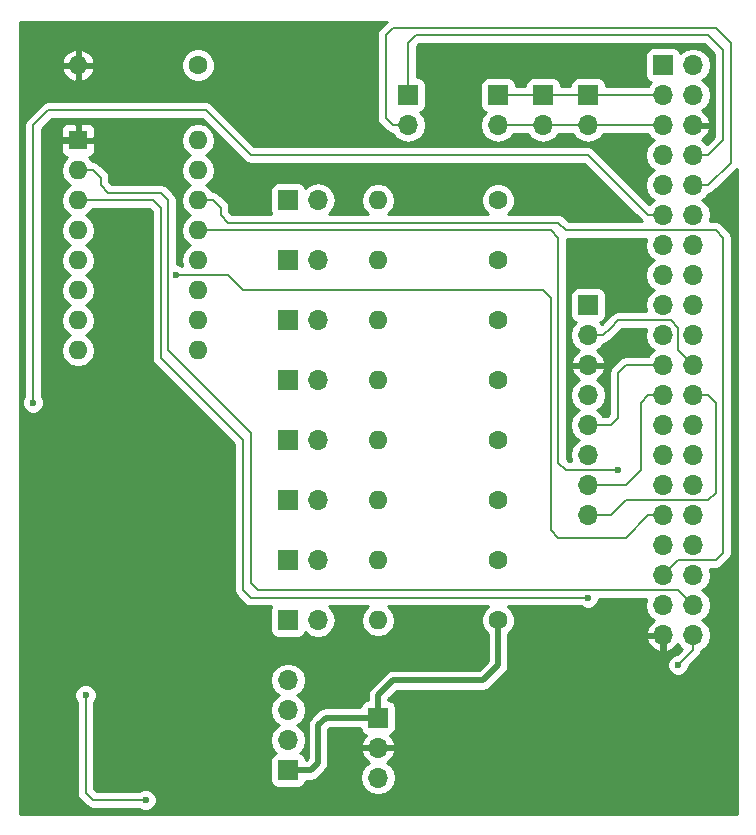
<source format=gbr>
G04 #@! TF.FileFunction,Copper,L2,Bot,Signal*
%FSLAX46Y46*%
G04 Gerber Fmt 4.6, Leading zero omitted, Abs format (unit mm)*
G04 Created by KiCad (PCBNEW 4.0.6) date Wed Dec  6 21:31:40 2017*
%MOMM*%
%LPD*%
G01*
G04 APERTURE LIST*
%ADD10C,0.100000*%
%ADD11R,1.700000X1.700000*%
%ADD12O,1.700000X1.700000*%
%ADD13C,1.600000*%
%ADD14O,1.600000X1.600000*%
%ADD15R,1.600000X1.600000*%
%ADD16C,0.600000*%
%ADD17C,0.500000*%
%ADD18C,0.200000*%
%ADD19C,0.254000*%
G04 APERTURE END LIST*
D10*
D11*
X148590000Y-151130000D03*
D12*
X148590000Y-148590000D03*
X148590000Y-146050000D03*
X148590000Y-143510000D03*
D11*
X180340000Y-91440000D03*
D12*
X182880000Y-91440000D03*
X180340000Y-93980000D03*
X182880000Y-93980000D03*
X180340000Y-96520000D03*
X182880000Y-96520000D03*
X180340000Y-99060000D03*
X182880000Y-99060000D03*
X180340000Y-101600000D03*
X182880000Y-101600000D03*
X180340000Y-104140000D03*
X182880000Y-104140000D03*
X180340000Y-106680000D03*
X182880000Y-106680000D03*
X180340000Y-109220000D03*
X182880000Y-109220000D03*
X180340000Y-111760000D03*
X182880000Y-111760000D03*
X180340000Y-114300000D03*
X182880000Y-114300000D03*
X180340000Y-116840000D03*
X182880000Y-116840000D03*
X180340000Y-119380000D03*
X182880000Y-119380000D03*
X180340000Y-121920000D03*
X182880000Y-121920000D03*
X180340000Y-124460000D03*
X182880000Y-124460000D03*
X180340000Y-127000000D03*
X182880000Y-127000000D03*
X180340000Y-129540000D03*
X182880000Y-129540000D03*
X180340000Y-132080000D03*
X182880000Y-132080000D03*
X180340000Y-134620000D03*
X182880000Y-134620000D03*
X180340000Y-137160000D03*
X182880000Y-137160000D03*
X180340000Y-139700000D03*
X182880000Y-139700000D03*
D11*
X156210000Y-146685000D03*
D12*
X156210000Y-149225000D03*
X156210000Y-151765000D03*
D11*
X173990000Y-93980000D03*
D12*
X173990000Y-96520000D03*
D11*
X158750000Y-93980000D03*
D12*
X158750000Y-96520000D03*
D11*
X170180000Y-93980000D03*
D12*
X170180000Y-96520000D03*
D11*
X166370000Y-93980000D03*
D12*
X166370000Y-96520000D03*
D11*
X148590000Y-138430000D03*
D12*
X151130000Y-138430000D03*
D11*
X148590000Y-133350000D03*
D12*
X151130000Y-133350000D03*
D11*
X148590000Y-128270000D03*
D12*
X151130000Y-128270000D03*
D11*
X148590000Y-123190000D03*
D12*
X151130000Y-123190000D03*
D11*
X148590000Y-118110000D03*
D12*
X151130000Y-118110000D03*
D11*
X148590000Y-113030000D03*
D12*
X151130000Y-113030000D03*
D11*
X148590000Y-107950000D03*
D12*
X151130000Y-107950000D03*
D11*
X148590000Y-102870000D03*
D12*
X151130000Y-102870000D03*
D13*
X140970000Y-91440000D03*
D14*
X130810000Y-91440000D03*
D13*
X166370000Y-138430000D03*
D14*
X156210000Y-138430000D03*
D13*
X166370000Y-133350000D03*
D14*
X156210000Y-133350000D03*
D13*
X166370000Y-128270000D03*
D14*
X156210000Y-128270000D03*
D13*
X166370000Y-123190000D03*
D14*
X156210000Y-123190000D03*
D13*
X166370000Y-118110000D03*
D14*
X156210000Y-118110000D03*
D13*
X166370000Y-113030000D03*
D14*
X156210000Y-113030000D03*
D13*
X166370000Y-107950000D03*
D14*
X156210000Y-107950000D03*
D13*
X166370000Y-102870000D03*
D14*
X156210000Y-102870000D03*
D11*
X173990000Y-111760000D03*
D12*
X173990000Y-114300000D03*
X173990000Y-116840000D03*
X173990000Y-119380000D03*
X173990000Y-121920000D03*
X173990000Y-124460000D03*
X173990000Y-127000000D03*
X173990000Y-129540000D03*
D15*
X130810000Y-97790000D03*
D14*
X140970000Y-115570000D03*
X130810000Y-100330000D03*
X140970000Y-113030000D03*
X130810000Y-102870000D03*
X140970000Y-110490000D03*
X130810000Y-105410000D03*
X140970000Y-107950000D03*
X130810000Y-107950000D03*
X140970000Y-105410000D03*
X130810000Y-110490000D03*
X140970000Y-102870000D03*
X130810000Y-113030000D03*
X140970000Y-100330000D03*
X130810000Y-115570000D03*
X140970000Y-97790000D03*
D16*
X139065000Y-135255000D03*
X135890000Y-123190000D03*
X127000000Y-120015000D03*
X131445000Y-144780000D03*
X136525000Y-153670000D03*
X176530000Y-125730000D03*
X139065000Y-109220000D03*
X173990000Y-136525000D03*
X181610000Y-142240000D03*
D17*
X156210000Y-146685000D02*
X151765000Y-146685000D01*
X150495000Y-151130000D02*
X148590000Y-151130000D01*
X151130000Y-150495000D02*
X150495000Y-151130000D01*
X151130000Y-147320000D02*
X151130000Y-150495000D01*
X151765000Y-146685000D02*
X151130000Y-147320000D01*
X166370000Y-138430000D02*
X166370000Y-142240000D01*
X156210000Y-144780000D02*
X156210000Y-146685000D01*
X157480000Y-143510000D02*
X156210000Y-144780000D01*
X165100000Y-143510000D02*
X157480000Y-143510000D01*
X166370000Y-142240000D02*
X165100000Y-143510000D01*
D18*
X170180000Y-93980000D02*
X166370000Y-93980000D01*
X173990000Y-93980000D02*
X170180000Y-93980000D01*
X180340000Y-93980000D02*
X173990000Y-93980000D01*
X170180000Y-96520000D02*
X173990000Y-96520000D01*
X170180000Y-96520000D02*
X166370000Y-96520000D01*
X180340000Y-96520000D02*
X173990000Y-96520000D01*
D17*
X156210000Y-149225000D02*
X154305000Y-149225000D01*
X139065000Y-138430000D02*
X139065000Y-135255000D01*
X143510000Y-142875000D02*
X139065000Y-138430000D01*
X143510000Y-153035000D02*
X143510000Y-142875000D01*
X144145000Y-153670000D02*
X143510000Y-153035000D01*
X153035000Y-153670000D02*
X144145000Y-153670000D01*
X153670000Y-153035000D02*
X153035000Y-153670000D01*
X153670000Y-149860000D02*
X153670000Y-153035000D01*
X154305000Y-149225000D02*
X153670000Y-149860000D01*
X180340000Y-139700000D02*
X180340000Y-144145000D01*
X158115000Y-149225000D02*
X156210000Y-149225000D01*
X158750000Y-148590000D02*
X158115000Y-149225000D01*
X158750000Y-145415000D02*
X158750000Y-148590000D01*
X159385000Y-144780000D02*
X158750000Y-145415000D01*
X179705000Y-144780000D02*
X159385000Y-144780000D01*
X180340000Y-144145000D02*
X179705000Y-144780000D01*
X128905000Y-97790000D02*
X130810000Y-97790000D01*
X128270000Y-98425000D02*
X128905000Y-97790000D01*
X128270000Y-119380000D02*
X128270000Y-98425000D01*
X128905000Y-120015000D02*
X128270000Y-119380000D01*
X132715000Y-120015000D02*
X128905000Y-120015000D01*
X135890000Y-123190000D02*
X132715000Y-120015000D01*
D18*
X182880000Y-99060000D02*
X184150000Y-99060000D01*
X158750000Y-89535000D02*
X158750000Y-93980000D01*
X159385000Y-88900000D02*
X158750000Y-89535000D01*
X184150000Y-88900000D02*
X159385000Y-88900000D01*
X185420000Y-90170000D02*
X184150000Y-88900000D01*
X185420000Y-97790000D02*
X185420000Y-90170000D01*
X184150000Y-99060000D02*
X185420000Y-97790000D01*
X182880000Y-101600000D02*
X184150000Y-101600000D01*
X157480000Y-96520000D02*
X158750000Y-96520000D01*
X156845000Y-95885000D02*
X157480000Y-96520000D01*
X156845000Y-88900000D02*
X156845000Y-95885000D01*
X157480000Y-88265000D02*
X156845000Y-88900000D01*
X184785000Y-88265000D02*
X157480000Y-88265000D01*
X186055000Y-89535000D02*
X184785000Y-88265000D01*
X186055000Y-99695000D02*
X186055000Y-89535000D01*
X184150000Y-101600000D02*
X186055000Y-99695000D01*
X179070000Y-104140000D02*
X180340000Y-104140000D01*
X173990000Y-99060000D02*
X179070000Y-104140000D01*
X145415000Y-99060000D02*
X173990000Y-99060000D01*
X141605000Y-95250000D02*
X145415000Y-99060000D01*
X128270000Y-95250000D02*
X141605000Y-95250000D01*
X127000000Y-96520000D02*
X128270000Y-95250000D01*
X127000000Y-120015000D02*
X127000000Y-96520000D01*
X131445000Y-153035000D02*
X131445000Y-144780000D01*
X132080000Y-153670000D02*
X131445000Y-153035000D01*
X136525000Y-153670000D02*
X132080000Y-153670000D01*
X180340000Y-116840000D02*
X178435000Y-116840000D01*
X175895000Y-121920000D02*
X173990000Y-121920000D01*
X176530000Y-121285000D02*
X175895000Y-121920000D01*
X176530000Y-117475000D02*
X176530000Y-121285000D01*
X177165000Y-116840000D02*
X176530000Y-117475000D01*
X178435000Y-116840000D02*
X177165000Y-116840000D01*
X182880000Y-116840000D02*
X181610000Y-115570000D01*
X175260000Y-114300000D02*
X173990000Y-114300000D01*
X175895000Y-113665000D02*
X175260000Y-114300000D01*
X176530000Y-113030000D02*
X175895000Y-113665000D01*
X180975000Y-113030000D02*
X176530000Y-113030000D01*
X181610000Y-113665000D02*
X180975000Y-113030000D01*
X181610000Y-115570000D02*
X181610000Y-113665000D01*
X180340000Y-119380000D02*
X179070000Y-119380000D01*
X177165000Y-127000000D02*
X173990000Y-127000000D01*
X178435000Y-125730000D02*
X177165000Y-127000000D01*
X178435000Y-120015000D02*
X178435000Y-125730000D01*
X179070000Y-119380000D02*
X178435000Y-120015000D01*
X182880000Y-119380000D02*
X184150000Y-119380000D01*
X175895000Y-129540000D02*
X173990000Y-129540000D01*
X177165000Y-128270000D02*
X175895000Y-129540000D01*
X184150000Y-128270000D02*
X177165000Y-128270000D01*
X184785000Y-127635000D02*
X184150000Y-128270000D01*
X184785000Y-120015000D02*
X184785000Y-127635000D01*
X184150000Y-119380000D02*
X184785000Y-120015000D01*
X140970000Y-105410000D02*
X170815000Y-105410000D01*
X172085000Y-125730000D02*
X176530000Y-125730000D01*
X171450000Y-125095000D02*
X172085000Y-125730000D01*
X171450000Y-106045000D02*
X171450000Y-125095000D01*
X170815000Y-105410000D02*
X171450000Y-106045000D01*
X180340000Y-129540000D02*
X179070000Y-129540000D01*
X143510000Y-109220000D02*
X139065000Y-109220000D01*
X144780000Y-110490000D02*
X143510000Y-109220000D01*
X170180000Y-110490000D02*
X144780000Y-110490000D01*
X170815000Y-111125000D02*
X170180000Y-110490000D01*
X170815000Y-130810000D02*
X170815000Y-111125000D01*
X171450000Y-131445000D02*
X170815000Y-130810000D01*
X177165000Y-131445000D02*
X171450000Y-131445000D01*
X179070000Y-129540000D02*
X177165000Y-131445000D01*
X180340000Y-134620000D02*
X181610000Y-133350000D01*
X142240000Y-102870000D02*
X140970000Y-102870000D01*
X142875000Y-103505000D02*
X142240000Y-102870000D01*
X142875000Y-104140000D02*
X142875000Y-103505000D01*
X143510000Y-104775000D02*
X142875000Y-104140000D01*
X171450000Y-104775000D02*
X143510000Y-104775000D01*
X172085000Y-105410000D02*
X171450000Y-104775000D01*
X184785000Y-105410000D02*
X172085000Y-105410000D01*
X185420000Y-106045000D02*
X184785000Y-105410000D01*
X185420000Y-132715000D02*
X185420000Y-106045000D01*
X184785000Y-133350000D02*
X185420000Y-132715000D01*
X181610000Y-133350000D02*
X184785000Y-133350000D01*
X182880000Y-137160000D02*
X181610000Y-135890000D01*
X132080000Y-100330000D02*
X130810000Y-100330000D01*
X132715000Y-100965000D02*
X132080000Y-100330000D01*
X132715000Y-101600000D02*
X132715000Y-100965000D01*
X133350000Y-102235000D02*
X132715000Y-101600000D01*
X137795000Y-102235000D02*
X133350000Y-102235000D01*
X138430000Y-102870000D02*
X137795000Y-102235000D01*
X138430000Y-115570000D02*
X138430000Y-102870000D01*
X145415000Y-122555000D02*
X138430000Y-115570000D01*
X145415000Y-135255000D02*
X145415000Y-122555000D01*
X146050000Y-135890000D02*
X145415000Y-135255000D01*
X181610000Y-135890000D02*
X146050000Y-135890000D01*
X182880000Y-139700000D02*
X182880000Y-140970000D01*
X137160000Y-102870000D02*
X130810000Y-102870000D01*
X137795000Y-103505000D02*
X137160000Y-102870000D01*
X137795000Y-116205000D02*
X137795000Y-103505000D01*
X144780000Y-123190000D02*
X137795000Y-116205000D01*
X144780000Y-135890000D02*
X144780000Y-123190000D01*
X145415000Y-136525000D02*
X144780000Y-135890000D01*
X173990000Y-136525000D02*
X145415000Y-136525000D01*
X182880000Y-140970000D02*
X181610000Y-142240000D01*
D19*
G36*
X156325278Y-88380276D02*
X156325277Y-88380277D01*
X156165949Y-88618728D01*
X156110000Y-88900000D01*
X156110000Y-95885000D01*
X156165320Y-96163110D01*
X156165949Y-96166272D01*
X156325277Y-96404723D01*
X156960277Y-97039724D01*
X157198728Y-97199051D01*
X157457328Y-97250490D01*
X157670853Y-97570054D01*
X158152622Y-97891961D01*
X158720907Y-98005000D01*
X158779093Y-98005000D01*
X159347378Y-97891961D01*
X159829147Y-97570054D01*
X160151054Y-97088285D01*
X160264093Y-96520000D01*
X160151054Y-95951715D01*
X159829147Y-95469946D01*
X159787548Y-95442150D01*
X159835317Y-95433162D01*
X160051441Y-95294090D01*
X160196431Y-95081890D01*
X160247440Y-94830000D01*
X160247440Y-93130000D01*
X160203162Y-92894683D01*
X160064090Y-92678559D01*
X159851890Y-92533569D01*
X159600000Y-92482560D01*
X159485000Y-92482560D01*
X159485000Y-89839446D01*
X159689447Y-89635000D01*
X183845554Y-89635000D01*
X184685000Y-90474447D01*
X184685000Y-97485553D01*
X184039841Y-98130713D01*
X183959147Y-98009946D01*
X183618447Y-97782298D01*
X183761358Y-97715183D01*
X184151645Y-97286924D01*
X184321476Y-96876890D01*
X184200155Y-96647000D01*
X183007000Y-96647000D01*
X183007000Y-96667000D01*
X182753000Y-96667000D01*
X182753000Y-96647000D01*
X182733000Y-96647000D01*
X182733000Y-96393000D01*
X182753000Y-96393000D01*
X182753000Y-96373000D01*
X183007000Y-96373000D01*
X183007000Y-96393000D01*
X184200155Y-96393000D01*
X184321476Y-96163110D01*
X184151645Y-95753076D01*
X183761358Y-95324817D01*
X183618447Y-95257702D01*
X183959147Y-95030054D01*
X184281054Y-94548285D01*
X184394093Y-93980000D01*
X184281054Y-93411715D01*
X183959147Y-92929946D01*
X183629974Y-92710000D01*
X183959147Y-92490054D01*
X184281054Y-92008285D01*
X184394093Y-91440000D01*
X184281054Y-90871715D01*
X183959147Y-90389946D01*
X183477378Y-90068039D01*
X182909093Y-89955000D01*
X182850907Y-89955000D01*
X182282622Y-90068039D01*
X181800853Y-90389946D01*
X181800029Y-90391179D01*
X181793162Y-90354683D01*
X181654090Y-90138559D01*
X181441890Y-89993569D01*
X181190000Y-89942560D01*
X179490000Y-89942560D01*
X179254683Y-89986838D01*
X179038559Y-90125910D01*
X178893569Y-90338110D01*
X178842560Y-90590000D01*
X178842560Y-92290000D01*
X178886838Y-92525317D01*
X179025910Y-92741441D01*
X179238110Y-92886431D01*
X179305541Y-92900086D01*
X179260853Y-92929946D01*
X179050341Y-93245000D01*
X175487440Y-93245000D01*
X175487440Y-93130000D01*
X175443162Y-92894683D01*
X175304090Y-92678559D01*
X175091890Y-92533569D01*
X174840000Y-92482560D01*
X173140000Y-92482560D01*
X172904683Y-92526838D01*
X172688559Y-92665910D01*
X172543569Y-92878110D01*
X172492560Y-93130000D01*
X172492560Y-93245000D01*
X171677440Y-93245000D01*
X171677440Y-93130000D01*
X171633162Y-92894683D01*
X171494090Y-92678559D01*
X171281890Y-92533569D01*
X171030000Y-92482560D01*
X169330000Y-92482560D01*
X169094683Y-92526838D01*
X168878559Y-92665910D01*
X168733569Y-92878110D01*
X168682560Y-93130000D01*
X168682560Y-93245000D01*
X167867440Y-93245000D01*
X167867440Y-93130000D01*
X167823162Y-92894683D01*
X167684090Y-92678559D01*
X167471890Y-92533569D01*
X167220000Y-92482560D01*
X165520000Y-92482560D01*
X165284683Y-92526838D01*
X165068559Y-92665910D01*
X164923569Y-92878110D01*
X164872560Y-93130000D01*
X164872560Y-94830000D01*
X164916838Y-95065317D01*
X165055910Y-95281441D01*
X165268110Y-95426431D01*
X165335541Y-95440086D01*
X165290853Y-95469946D01*
X164968946Y-95951715D01*
X164855907Y-96520000D01*
X164968946Y-97088285D01*
X165290853Y-97570054D01*
X165772622Y-97891961D01*
X166340907Y-98005000D01*
X166399093Y-98005000D01*
X166967378Y-97891961D01*
X167449147Y-97570054D01*
X167659659Y-97255000D01*
X168890341Y-97255000D01*
X169100853Y-97570054D01*
X169582622Y-97891961D01*
X170150907Y-98005000D01*
X170209093Y-98005000D01*
X170777378Y-97891961D01*
X171259147Y-97570054D01*
X171469659Y-97255000D01*
X172700341Y-97255000D01*
X172910853Y-97570054D01*
X173392622Y-97891961D01*
X173960907Y-98005000D01*
X174019093Y-98005000D01*
X174587378Y-97891961D01*
X175069147Y-97570054D01*
X175279659Y-97255000D01*
X179050341Y-97255000D01*
X179260853Y-97570054D01*
X179590026Y-97790000D01*
X179260853Y-98009946D01*
X178938946Y-98491715D01*
X178825907Y-99060000D01*
X178938946Y-99628285D01*
X179260853Y-100110054D01*
X179590026Y-100330000D01*
X179260853Y-100549946D01*
X178938946Y-101031715D01*
X178825907Y-101600000D01*
X178938946Y-102168285D01*
X179260853Y-102650054D01*
X179590026Y-102870000D01*
X179260853Y-103089946D01*
X179180160Y-103210713D01*
X174509723Y-98540277D01*
X174271272Y-98380949D01*
X173990000Y-98325000D01*
X145719447Y-98325000D01*
X142124723Y-94730277D01*
X141886272Y-94570949D01*
X141605000Y-94515000D01*
X128270000Y-94515000D01*
X127988728Y-94570949D01*
X127750276Y-94730277D01*
X126480277Y-96000277D01*
X126320949Y-96238728D01*
X126265000Y-96520000D01*
X126265000Y-119427581D01*
X126207808Y-119484673D01*
X126065162Y-119828201D01*
X126064838Y-120200167D01*
X126206883Y-120543943D01*
X126469673Y-120807192D01*
X126813201Y-120949838D01*
X127185167Y-120950162D01*
X127528943Y-120808117D01*
X127792192Y-120545327D01*
X127934838Y-120201799D01*
X127935162Y-119829833D01*
X127793117Y-119486057D01*
X127735000Y-119427838D01*
X127735000Y-96863690D01*
X129375000Y-96863690D01*
X129375000Y-97504250D01*
X129533750Y-97663000D01*
X130683000Y-97663000D01*
X130683000Y-96513750D01*
X130937000Y-96513750D01*
X130937000Y-97663000D01*
X132086250Y-97663000D01*
X132245000Y-97504250D01*
X132245000Y-96863690D01*
X132148327Y-96630301D01*
X131969698Y-96451673D01*
X131736309Y-96355000D01*
X131095750Y-96355000D01*
X130937000Y-96513750D01*
X130683000Y-96513750D01*
X130524250Y-96355000D01*
X129883691Y-96355000D01*
X129650302Y-96451673D01*
X129471673Y-96630301D01*
X129375000Y-96863690D01*
X127735000Y-96863690D01*
X127735000Y-96824446D01*
X128574447Y-95985000D01*
X141300554Y-95985000D01*
X144895277Y-99579724D01*
X145067801Y-99695000D01*
X145133728Y-99739051D01*
X145415000Y-99795000D01*
X173685554Y-99795000D01*
X178550277Y-104659724D01*
X178573139Y-104675000D01*
X172389447Y-104675000D01*
X171969723Y-104255277D01*
X171731272Y-104095949D01*
X171687504Y-104087243D01*
X171450000Y-104040000D01*
X167229125Y-104040000D01*
X167585824Y-103683923D01*
X167804750Y-103156691D01*
X167805248Y-102585813D01*
X167587243Y-102058200D01*
X167183923Y-101654176D01*
X166656691Y-101435250D01*
X166085813Y-101434752D01*
X165558200Y-101652757D01*
X165154176Y-102056077D01*
X164935250Y-102583309D01*
X164934752Y-103154187D01*
X165152757Y-103681800D01*
X165510333Y-104040000D01*
X157020385Y-104040000D01*
X157252811Y-103884698D01*
X157563880Y-103419151D01*
X157673113Y-102870000D01*
X157563880Y-102320849D01*
X157252811Y-101855302D01*
X156787264Y-101544233D01*
X156238113Y-101435000D01*
X156181887Y-101435000D01*
X155632736Y-101544233D01*
X155167189Y-101855302D01*
X154856120Y-102320849D01*
X154746887Y-102870000D01*
X154856120Y-103419151D01*
X155167189Y-103884698D01*
X155399615Y-104040000D01*
X152044083Y-104040000D01*
X152180054Y-103949147D01*
X152501961Y-103467378D01*
X152615000Y-102899093D01*
X152615000Y-102840907D01*
X152501961Y-102272622D01*
X152180054Y-101790853D01*
X151698285Y-101468946D01*
X151130000Y-101355907D01*
X150561715Y-101468946D01*
X150079946Y-101790853D01*
X150052150Y-101832452D01*
X150043162Y-101784683D01*
X149904090Y-101568559D01*
X149691890Y-101423569D01*
X149440000Y-101372560D01*
X147740000Y-101372560D01*
X147504683Y-101416838D01*
X147288559Y-101555910D01*
X147143569Y-101768110D01*
X147092560Y-102020000D01*
X147092560Y-103720000D01*
X147136838Y-103955317D01*
X147191330Y-104040000D01*
X143814447Y-104040000D01*
X143610000Y-103835554D01*
X143610000Y-103505000D01*
X143554051Y-103223728D01*
X143394724Y-102985277D01*
X142759723Y-102350277D01*
X142521272Y-102190949D01*
X142240000Y-102135000D01*
X142199699Y-102135000D01*
X142012811Y-101855302D01*
X141630725Y-101600000D01*
X142012811Y-101344698D01*
X142323880Y-100879151D01*
X142433113Y-100330000D01*
X142323880Y-99780849D01*
X142012811Y-99315302D01*
X141630725Y-99060000D01*
X142012811Y-98804698D01*
X142323880Y-98339151D01*
X142433113Y-97790000D01*
X142323880Y-97240849D01*
X142012811Y-96775302D01*
X141547264Y-96464233D01*
X140998113Y-96355000D01*
X140941887Y-96355000D01*
X140392736Y-96464233D01*
X139927189Y-96775302D01*
X139616120Y-97240849D01*
X139506887Y-97790000D01*
X139616120Y-98339151D01*
X139927189Y-98804698D01*
X140309275Y-99060000D01*
X139927189Y-99315302D01*
X139616120Y-99780849D01*
X139506887Y-100330000D01*
X139616120Y-100879151D01*
X139927189Y-101344698D01*
X140309275Y-101600000D01*
X139927189Y-101855302D01*
X139616120Y-102320849D01*
X139506887Y-102870000D01*
X139616120Y-103419151D01*
X139927189Y-103884698D01*
X140309275Y-104140000D01*
X139927189Y-104395302D01*
X139616120Y-104860849D01*
X139506887Y-105410000D01*
X139616120Y-105959151D01*
X139927189Y-106424698D01*
X140309275Y-106680000D01*
X139927189Y-106935302D01*
X139616120Y-107400849D01*
X139506887Y-107950000D01*
X139603572Y-108436067D01*
X139595327Y-108427808D01*
X139251799Y-108285162D01*
X139165000Y-108285086D01*
X139165000Y-102870000D01*
X139109051Y-102588728D01*
X139060638Y-102516273D01*
X138949724Y-102350277D01*
X138314723Y-101715277D01*
X138076272Y-101555949D01*
X138076076Y-101555910D01*
X137795000Y-101500000D01*
X133654447Y-101500000D01*
X133450000Y-101295554D01*
X133450000Y-100965000D01*
X133394051Y-100683728D01*
X133234724Y-100445277D01*
X132599723Y-99810277D01*
X132361272Y-99650949D01*
X132080000Y-99595000D01*
X132039699Y-99595000D01*
X131852811Y-99315302D01*
X131717665Y-99225000D01*
X131736309Y-99225000D01*
X131969698Y-99128327D01*
X132148327Y-98949699D01*
X132245000Y-98716310D01*
X132245000Y-98075750D01*
X132086250Y-97917000D01*
X130937000Y-97917000D01*
X130937000Y-97937000D01*
X130683000Y-97937000D01*
X130683000Y-97917000D01*
X129533750Y-97917000D01*
X129375000Y-98075750D01*
X129375000Y-98716310D01*
X129471673Y-98949699D01*
X129650302Y-99128327D01*
X129883691Y-99225000D01*
X129902335Y-99225000D01*
X129767189Y-99315302D01*
X129456120Y-99780849D01*
X129346887Y-100330000D01*
X129456120Y-100879151D01*
X129767189Y-101344698D01*
X130149275Y-101600000D01*
X129767189Y-101855302D01*
X129456120Y-102320849D01*
X129346887Y-102870000D01*
X129456120Y-103419151D01*
X129767189Y-103884698D01*
X130149275Y-104140000D01*
X129767189Y-104395302D01*
X129456120Y-104860849D01*
X129346887Y-105410000D01*
X129456120Y-105959151D01*
X129767189Y-106424698D01*
X130149275Y-106680000D01*
X129767189Y-106935302D01*
X129456120Y-107400849D01*
X129346887Y-107950000D01*
X129456120Y-108499151D01*
X129767189Y-108964698D01*
X130149275Y-109220000D01*
X129767189Y-109475302D01*
X129456120Y-109940849D01*
X129346887Y-110490000D01*
X129456120Y-111039151D01*
X129767189Y-111504698D01*
X130149275Y-111760000D01*
X129767189Y-112015302D01*
X129456120Y-112480849D01*
X129346887Y-113030000D01*
X129456120Y-113579151D01*
X129767189Y-114044698D01*
X130149275Y-114300000D01*
X129767189Y-114555302D01*
X129456120Y-115020849D01*
X129346887Y-115570000D01*
X129456120Y-116119151D01*
X129767189Y-116584698D01*
X130232736Y-116895767D01*
X130781887Y-117005000D01*
X130838113Y-117005000D01*
X131387264Y-116895767D01*
X131852811Y-116584698D01*
X132163880Y-116119151D01*
X132273113Y-115570000D01*
X132163880Y-115020849D01*
X131852811Y-114555302D01*
X131470725Y-114300000D01*
X131852811Y-114044698D01*
X132163880Y-113579151D01*
X132273113Y-113030000D01*
X132163880Y-112480849D01*
X131852811Y-112015302D01*
X131470725Y-111760000D01*
X131852811Y-111504698D01*
X132163880Y-111039151D01*
X132273113Y-110490000D01*
X132163880Y-109940849D01*
X131852811Y-109475302D01*
X131470725Y-109220000D01*
X131852811Y-108964698D01*
X132163880Y-108499151D01*
X132273113Y-107950000D01*
X132163880Y-107400849D01*
X131852811Y-106935302D01*
X131470725Y-106680000D01*
X131852811Y-106424698D01*
X132163880Y-105959151D01*
X132273113Y-105410000D01*
X132163880Y-104860849D01*
X131852811Y-104395302D01*
X131470725Y-104140000D01*
X131852811Y-103884698D01*
X132039699Y-103605000D01*
X136855554Y-103605000D01*
X137060000Y-103809447D01*
X137060000Y-116205000D01*
X137115320Y-116483110D01*
X137115949Y-116486272D01*
X137275277Y-116724723D01*
X144045000Y-123494447D01*
X144045000Y-135890000D01*
X144100949Y-136171272D01*
X144260277Y-136409723D01*
X144895277Y-137044724D01*
X145133728Y-137204051D01*
X145415000Y-137260000D01*
X147190107Y-137260000D01*
X147143569Y-137328110D01*
X147092560Y-137580000D01*
X147092560Y-139280000D01*
X147136838Y-139515317D01*
X147275910Y-139731441D01*
X147488110Y-139876431D01*
X147740000Y-139927440D01*
X149440000Y-139927440D01*
X149675317Y-139883162D01*
X149891441Y-139744090D01*
X150036431Y-139531890D01*
X150050086Y-139464459D01*
X150079946Y-139509147D01*
X150561715Y-139831054D01*
X151130000Y-139944093D01*
X151698285Y-139831054D01*
X152180054Y-139509147D01*
X152501961Y-139027378D01*
X152615000Y-138459093D01*
X152615000Y-138400907D01*
X152501961Y-137832622D01*
X152180054Y-137350853D01*
X152044083Y-137260000D01*
X155399615Y-137260000D01*
X155167189Y-137415302D01*
X154856120Y-137880849D01*
X154746887Y-138430000D01*
X154856120Y-138979151D01*
X155167189Y-139444698D01*
X155632736Y-139755767D01*
X156181887Y-139865000D01*
X156238113Y-139865000D01*
X156787264Y-139755767D01*
X157252811Y-139444698D01*
X157563880Y-138979151D01*
X157673113Y-138430000D01*
X157563880Y-137880849D01*
X157252811Y-137415302D01*
X157020385Y-137260000D01*
X165510875Y-137260000D01*
X165154176Y-137616077D01*
X164935250Y-138143309D01*
X164934752Y-138714187D01*
X165152757Y-139241800D01*
X165485000Y-139574623D01*
X165485000Y-141873421D01*
X164733420Y-142625000D01*
X157480005Y-142625000D01*
X157480000Y-142624999D01*
X157141325Y-142692367D01*
X156854210Y-142884210D01*
X156854208Y-142884213D01*
X155584210Y-144154210D01*
X155392367Y-144441325D01*
X155392367Y-144441326D01*
X155324999Y-144780000D01*
X155325000Y-144780005D01*
X155325000Y-145194146D01*
X155124683Y-145231838D01*
X154908559Y-145370910D01*
X154763569Y-145583110D01*
X154719648Y-145800000D01*
X151765005Y-145800000D01*
X151765000Y-145799999D01*
X151426326Y-145867366D01*
X151426324Y-145867367D01*
X151426325Y-145867367D01*
X151139210Y-146059210D01*
X151139208Y-146059213D01*
X150504210Y-146694210D01*
X150312367Y-146981325D01*
X150312367Y-146981326D01*
X150244999Y-147320000D01*
X150245000Y-147320005D01*
X150245000Y-150128421D01*
X150128420Y-150245000D01*
X150080854Y-150245000D01*
X150043162Y-150044683D01*
X149904090Y-149828559D01*
X149691890Y-149683569D01*
X149624459Y-149669914D01*
X149669147Y-149640054D01*
X149991054Y-149158285D01*
X150104093Y-148590000D01*
X149991054Y-148021715D01*
X149669147Y-147539946D01*
X149339974Y-147320000D01*
X149669147Y-147100054D01*
X149991054Y-146618285D01*
X150104093Y-146050000D01*
X149991054Y-145481715D01*
X149669147Y-144999946D01*
X149339974Y-144780000D01*
X149669147Y-144560054D01*
X149991054Y-144078285D01*
X150104093Y-143510000D01*
X149991054Y-142941715D01*
X149669147Y-142459946D01*
X149187378Y-142138039D01*
X148619093Y-142025000D01*
X148560907Y-142025000D01*
X147992622Y-142138039D01*
X147510853Y-142459946D01*
X147188946Y-142941715D01*
X147075907Y-143510000D01*
X147188946Y-144078285D01*
X147510853Y-144560054D01*
X147840026Y-144780000D01*
X147510853Y-144999946D01*
X147188946Y-145481715D01*
X147075907Y-146050000D01*
X147188946Y-146618285D01*
X147510853Y-147100054D01*
X147840026Y-147320000D01*
X147510853Y-147539946D01*
X147188946Y-148021715D01*
X147075907Y-148590000D01*
X147188946Y-149158285D01*
X147510853Y-149640054D01*
X147552452Y-149667850D01*
X147504683Y-149676838D01*
X147288559Y-149815910D01*
X147143569Y-150028110D01*
X147092560Y-150280000D01*
X147092560Y-151980000D01*
X147136838Y-152215317D01*
X147275910Y-152431441D01*
X147488110Y-152576431D01*
X147740000Y-152627440D01*
X149440000Y-152627440D01*
X149675317Y-152583162D01*
X149891441Y-152444090D01*
X150036431Y-152231890D01*
X150080352Y-152015000D01*
X150494995Y-152015000D01*
X150495000Y-152015001D01*
X150777484Y-151958810D01*
X150833675Y-151947633D01*
X151107006Y-151765000D01*
X154695907Y-151765000D01*
X154808946Y-152333285D01*
X155130853Y-152815054D01*
X155612622Y-153136961D01*
X156180907Y-153250000D01*
X156239093Y-153250000D01*
X156807378Y-153136961D01*
X157289147Y-152815054D01*
X157611054Y-152333285D01*
X157724093Y-151765000D01*
X157611054Y-151196715D01*
X157289147Y-150714946D01*
X156948447Y-150487298D01*
X157091358Y-150420183D01*
X157481645Y-149991924D01*
X157651476Y-149581890D01*
X157530155Y-149352000D01*
X156337000Y-149352000D01*
X156337000Y-149372000D01*
X156083000Y-149372000D01*
X156083000Y-149352000D01*
X154889845Y-149352000D01*
X154768524Y-149581890D01*
X154938355Y-149991924D01*
X155328642Y-150420183D01*
X155471553Y-150487298D01*
X155130853Y-150714946D01*
X154808946Y-151196715D01*
X154695907Y-151765000D01*
X151107006Y-151765000D01*
X151120790Y-151755790D01*
X151755787Y-151120792D01*
X151755790Y-151120790D01*
X151947633Y-150833675D01*
X151947634Y-150833674D01*
X152015001Y-150495000D01*
X152015000Y-150494995D01*
X152015000Y-147686580D01*
X152131579Y-147570000D01*
X154719146Y-147570000D01*
X154756838Y-147770317D01*
X154895910Y-147986441D01*
X155108110Y-148131431D01*
X155216107Y-148153301D01*
X154938355Y-148458076D01*
X154768524Y-148868110D01*
X154889845Y-149098000D01*
X156083000Y-149098000D01*
X156083000Y-149078000D01*
X156337000Y-149078000D01*
X156337000Y-149098000D01*
X157530155Y-149098000D01*
X157651476Y-148868110D01*
X157481645Y-148458076D01*
X157205499Y-148155063D01*
X157295317Y-148138162D01*
X157511441Y-147999090D01*
X157656431Y-147786890D01*
X157707440Y-147535000D01*
X157707440Y-145835000D01*
X157663162Y-145599683D01*
X157524090Y-145383559D01*
X157311890Y-145238569D01*
X157095000Y-145194648D01*
X157095000Y-145146580D01*
X157846579Y-144395000D01*
X165099995Y-144395000D01*
X165100000Y-144395001D01*
X165382484Y-144338810D01*
X165438675Y-144327633D01*
X165725790Y-144135790D01*
X166995787Y-142865792D01*
X166995790Y-142865790D01*
X167187633Y-142578675D01*
X167211250Y-142459946D01*
X167255001Y-142240000D01*
X167255000Y-142239995D01*
X167255000Y-140056890D01*
X178898524Y-140056890D01*
X179068355Y-140466924D01*
X179458642Y-140895183D01*
X179983108Y-141141486D01*
X180213000Y-141020819D01*
X180213000Y-139827000D01*
X179019845Y-139827000D01*
X178898524Y-140056890D01*
X167255000Y-140056890D01*
X167255000Y-139574171D01*
X167585824Y-139243923D01*
X167804750Y-138716691D01*
X167805248Y-138145813D01*
X167587243Y-137618200D01*
X167229667Y-137260000D01*
X173402581Y-137260000D01*
X173459673Y-137317192D01*
X173803201Y-137459838D01*
X174175167Y-137460162D01*
X174518943Y-137318117D01*
X174782192Y-137055327D01*
X174924838Y-136711799D01*
X174924914Y-136625000D01*
X178932325Y-136625000D01*
X178825907Y-137160000D01*
X178938946Y-137728285D01*
X179260853Y-138210054D01*
X179601553Y-138437702D01*
X179458642Y-138504817D01*
X179068355Y-138933076D01*
X178898524Y-139343110D01*
X179019845Y-139573000D01*
X180213000Y-139573000D01*
X180213000Y-139553000D01*
X180467000Y-139553000D01*
X180467000Y-139573000D01*
X180487000Y-139573000D01*
X180487000Y-139827000D01*
X180467000Y-139827000D01*
X180467000Y-141020819D01*
X180696892Y-141141486D01*
X181221358Y-140895183D01*
X181611645Y-140466924D01*
X181611655Y-140466899D01*
X181800853Y-140750054D01*
X181956500Y-140854054D01*
X181505645Y-141304908D01*
X181424833Y-141304838D01*
X181081057Y-141446883D01*
X180817808Y-141709673D01*
X180675162Y-142053201D01*
X180674838Y-142425167D01*
X180816883Y-142768943D01*
X181079673Y-143032192D01*
X181423201Y-143174838D01*
X181795167Y-143175162D01*
X182138943Y-143033117D01*
X182402192Y-142770327D01*
X182544838Y-142426799D01*
X182544910Y-142344537D01*
X183399723Y-141489724D01*
X183559051Y-141251272D01*
X183580889Y-141141486D01*
X183612705Y-140981539D01*
X183959147Y-140750054D01*
X184281054Y-140268285D01*
X184394093Y-139700000D01*
X184281054Y-139131715D01*
X183959147Y-138649946D01*
X183629974Y-138430000D01*
X183959147Y-138210054D01*
X184281054Y-137728285D01*
X184394093Y-137160000D01*
X184281054Y-136591715D01*
X183959147Y-136109946D01*
X183629974Y-135890000D01*
X183959147Y-135670054D01*
X184281054Y-135188285D01*
X184394093Y-134620000D01*
X184287675Y-134085000D01*
X184785000Y-134085000D01*
X185066272Y-134029051D01*
X185304723Y-133869723D01*
X185939724Y-133234723D01*
X186099051Y-132996272D01*
X186155000Y-132715000D01*
X186155000Y-106045000D01*
X186099051Y-105763728D01*
X186050638Y-105691273D01*
X185939724Y-105525277D01*
X185304723Y-104890277D01*
X185066272Y-104730949D01*
X184785000Y-104675000D01*
X184287675Y-104675000D01*
X184394093Y-104140000D01*
X184281054Y-103571715D01*
X183959147Y-103089946D01*
X183629974Y-102870000D01*
X183959147Y-102650054D01*
X184172672Y-102330490D01*
X184431272Y-102279051D01*
X184669723Y-102119723D01*
X186563000Y-100226447D01*
X186563000Y-154813000D01*
X125857000Y-154813000D01*
X125857000Y-144965167D01*
X130509838Y-144965167D01*
X130651883Y-145308943D01*
X130710000Y-145367162D01*
X130710000Y-153035000D01*
X130752767Y-153250000D01*
X130765949Y-153316272D01*
X130925277Y-153554723D01*
X131560277Y-154189724D01*
X131798728Y-154349051D01*
X132080000Y-154405000D01*
X135937581Y-154405000D01*
X135994673Y-154462192D01*
X136338201Y-154604838D01*
X136710167Y-154605162D01*
X137053943Y-154463117D01*
X137317192Y-154200327D01*
X137459838Y-153856799D01*
X137460162Y-153484833D01*
X137318117Y-153141057D01*
X137055327Y-152877808D01*
X136711799Y-152735162D01*
X136339833Y-152734838D01*
X135996057Y-152876883D01*
X135937838Y-152935000D01*
X132384447Y-152935000D01*
X132180000Y-152730554D01*
X132180000Y-145367419D01*
X132237192Y-145310327D01*
X132379838Y-144966799D01*
X132380162Y-144594833D01*
X132238117Y-144251057D01*
X131975327Y-143987808D01*
X131631799Y-143845162D01*
X131259833Y-143844838D01*
X130916057Y-143986883D01*
X130652808Y-144249673D01*
X130510162Y-144593201D01*
X130509838Y-144965167D01*
X125857000Y-144965167D01*
X125857000Y-91789039D01*
X129418096Y-91789039D01*
X129578959Y-92177423D01*
X129954866Y-92592389D01*
X130460959Y-92831914D01*
X130683000Y-92710629D01*
X130683000Y-91567000D01*
X130937000Y-91567000D01*
X130937000Y-92710629D01*
X131159041Y-92831914D01*
X131665134Y-92592389D01*
X132041041Y-92177423D01*
X132201904Y-91789039D01*
X132166275Y-91724187D01*
X139534752Y-91724187D01*
X139752757Y-92251800D01*
X140156077Y-92655824D01*
X140683309Y-92874750D01*
X141254187Y-92875248D01*
X141781800Y-92657243D01*
X142185824Y-92253923D01*
X142404750Y-91726691D01*
X142405248Y-91155813D01*
X142187243Y-90628200D01*
X141783923Y-90224176D01*
X141256691Y-90005250D01*
X140685813Y-90004752D01*
X140158200Y-90222757D01*
X139754176Y-90626077D01*
X139535250Y-91153309D01*
X139534752Y-91724187D01*
X132166275Y-91724187D01*
X132079915Y-91567000D01*
X130937000Y-91567000D01*
X130683000Y-91567000D01*
X129540085Y-91567000D01*
X129418096Y-91789039D01*
X125857000Y-91789039D01*
X125857000Y-91090961D01*
X129418096Y-91090961D01*
X129540085Y-91313000D01*
X130683000Y-91313000D01*
X130683000Y-90169371D01*
X130937000Y-90169371D01*
X130937000Y-91313000D01*
X132079915Y-91313000D01*
X132201904Y-91090961D01*
X132041041Y-90702577D01*
X131665134Y-90287611D01*
X131159041Y-90048086D01*
X130937000Y-90169371D01*
X130683000Y-90169371D01*
X130460959Y-90048086D01*
X129954866Y-90287611D01*
X129578959Y-90702577D01*
X129418096Y-91090961D01*
X125857000Y-91090961D01*
X125857000Y-87757000D01*
X156948553Y-87757000D01*
X156325278Y-88380276D01*
X156325278Y-88380276D01*
G37*
X156325278Y-88380276D02*
X156325277Y-88380277D01*
X156165949Y-88618728D01*
X156110000Y-88900000D01*
X156110000Y-95885000D01*
X156165320Y-96163110D01*
X156165949Y-96166272D01*
X156325277Y-96404723D01*
X156960277Y-97039724D01*
X157198728Y-97199051D01*
X157457328Y-97250490D01*
X157670853Y-97570054D01*
X158152622Y-97891961D01*
X158720907Y-98005000D01*
X158779093Y-98005000D01*
X159347378Y-97891961D01*
X159829147Y-97570054D01*
X160151054Y-97088285D01*
X160264093Y-96520000D01*
X160151054Y-95951715D01*
X159829147Y-95469946D01*
X159787548Y-95442150D01*
X159835317Y-95433162D01*
X160051441Y-95294090D01*
X160196431Y-95081890D01*
X160247440Y-94830000D01*
X160247440Y-93130000D01*
X160203162Y-92894683D01*
X160064090Y-92678559D01*
X159851890Y-92533569D01*
X159600000Y-92482560D01*
X159485000Y-92482560D01*
X159485000Y-89839446D01*
X159689447Y-89635000D01*
X183845554Y-89635000D01*
X184685000Y-90474447D01*
X184685000Y-97485553D01*
X184039841Y-98130713D01*
X183959147Y-98009946D01*
X183618447Y-97782298D01*
X183761358Y-97715183D01*
X184151645Y-97286924D01*
X184321476Y-96876890D01*
X184200155Y-96647000D01*
X183007000Y-96647000D01*
X183007000Y-96667000D01*
X182753000Y-96667000D01*
X182753000Y-96647000D01*
X182733000Y-96647000D01*
X182733000Y-96393000D01*
X182753000Y-96393000D01*
X182753000Y-96373000D01*
X183007000Y-96373000D01*
X183007000Y-96393000D01*
X184200155Y-96393000D01*
X184321476Y-96163110D01*
X184151645Y-95753076D01*
X183761358Y-95324817D01*
X183618447Y-95257702D01*
X183959147Y-95030054D01*
X184281054Y-94548285D01*
X184394093Y-93980000D01*
X184281054Y-93411715D01*
X183959147Y-92929946D01*
X183629974Y-92710000D01*
X183959147Y-92490054D01*
X184281054Y-92008285D01*
X184394093Y-91440000D01*
X184281054Y-90871715D01*
X183959147Y-90389946D01*
X183477378Y-90068039D01*
X182909093Y-89955000D01*
X182850907Y-89955000D01*
X182282622Y-90068039D01*
X181800853Y-90389946D01*
X181800029Y-90391179D01*
X181793162Y-90354683D01*
X181654090Y-90138559D01*
X181441890Y-89993569D01*
X181190000Y-89942560D01*
X179490000Y-89942560D01*
X179254683Y-89986838D01*
X179038559Y-90125910D01*
X178893569Y-90338110D01*
X178842560Y-90590000D01*
X178842560Y-92290000D01*
X178886838Y-92525317D01*
X179025910Y-92741441D01*
X179238110Y-92886431D01*
X179305541Y-92900086D01*
X179260853Y-92929946D01*
X179050341Y-93245000D01*
X175487440Y-93245000D01*
X175487440Y-93130000D01*
X175443162Y-92894683D01*
X175304090Y-92678559D01*
X175091890Y-92533569D01*
X174840000Y-92482560D01*
X173140000Y-92482560D01*
X172904683Y-92526838D01*
X172688559Y-92665910D01*
X172543569Y-92878110D01*
X172492560Y-93130000D01*
X172492560Y-93245000D01*
X171677440Y-93245000D01*
X171677440Y-93130000D01*
X171633162Y-92894683D01*
X171494090Y-92678559D01*
X171281890Y-92533569D01*
X171030000Y-92482560D01*
X169330000Y-92482560D01*
X169094683Y-92526838D01*
X168878559Y-92665910D01*
X168733569Y-92878110D01*
X168682560Y-93130000D01*
X168682560Y-93245000D01*
X167867440Y-93245000D01*
X167867440Y-93130000D01*
X167823162Y-92894683D01*
X167684090Y-92678559D01*
X167471890Y-92533569D01*
X167220000Y-92482560D01*
X165520000Y-92482560D01*
X165284683Y-92526838D01*
X165068559Y-92665910D01*
X164923569Y-92878110D01*
X164872560Y-93130000D01*
X164872560Y-94830000D01*
X164916838Y-95065317D01*
X165055910Y-95281441D01*
X165268110Y-95426431D01*
X165335541Y-95440086D01*
X165290853Y-95469946D01*
X164968946Y-95951715D01*
X164855907Y-96520000D01*
X164968946Y-97088285D01*
X165290853Y-97570054D01*
X165772622Y-97891961D01*
X166340907Y-98005000D01*
X166399093Y-98005000D01*
X166967378Y-97891961D01*
X167449147Y-97570054D01*
X167659659Y-97255000D01*
X168890341Y-97255000D01*
X169100853Y-97570054D01*
X169582622Y-97891961D01*
X170150907Y-98005000D01*
X170209093Y-98005000D01*
X170777378Y-97891961D01*
X171259147Y-97570054D01*
X171469659Y-97255000D01*
X172700341Y-97255000D01*
X172910853Y-97570054D01*
X173392622Y-97891961D01*
X173960907Y-98005000D01*
X174019093Y-98005000D01*
X174587378Y-97891961D01*
X175069147Y-97570054D01*
X175279659Y-97255000D01*
X179050341Y-97255000D01*
X179260853Y-97570054D01*
X179590026Y-97790000D01*
X179260853Y-98009946D01*
X178938946Y-98491715D01*
X178825907Y-99060000D01*
X178938946Y-99628285D01*
X179260853Y-100110054D01*
X179590026Y-100330000D01*
X179260853Y-100549946D01*
X178938946Y-101031715D01*
X178825907Y-101600000D01*
X178938946Y-102168285D01*
X179260853Y-102650054D01*
X179590026Y-102870000D01*
X179260853Y-103089946D01*
X179180160Y-103210713D01*
X174509723Y-98540277D01*
X174271272Y-98380949D01*
X173990000Y-98325000D01*
X145719447Y-98325000D01*
X142124723Y-94730277D01*
X141886272Y-94570949D01*
X141605000Y-94515000D01*
X128270000Y-94515000D01*
X127988728Y-94570949D01*
X127750276Y-94730277D01*
X126480277Y-96000277D01*
X126320949Y-96238728D01*
X126265000Y-96520000D01*
X126265000Y-119427581D01*
X126207808Y-119484673D01*
X126065162Y-119828201D01*
X126064838Y-120200167D01*
X126206883Y-120543943D01*
X126469673Y-120807192D01*
X126813201Y-120949838D01*
X127185167Y-120950162D01*
X127528943Y-120808117D01*
X127792192Y-120545327D01*
X127934838Y-120201799D01*
X127935162Y-119829833D01*
X127793117Y-119486057D01*
X127735000Y-119427838D01*
X127735000Y-96863690D01*
X129375000Y-96863690D01*
X129375000Y-97504250D01*
X129533750Y-97663000D01*
X130683000Y-97663000D01*
X130683000Y-96513750D01*
X130937000Y-96513750D01*
X130937000Y-97663000D01*
X132086250Y-97663000D01*
X132245000Y-97504250D01*
X132245000Y-96863690D01*
X132148327Y-96630301D01*
X131969698Y-96451673D01*
X131736309Y-96355000D01*
X131095750Y-96355000D01*
X130937000Y-96513750D01*
X130683000Y-96513750D01*
X130524250Y-96355000D01*
X129883691Y-96355000D01*
X129650302Y-96451673D01*
X129471673Y-96630301D01*
X129375000Y-96863690D01*
X127735000Y-96863690D01*
X127735000Y-96824446D01*
X128574447Y-95985000D01*
X141300554Y-95985000D01*
X144895277Y-99579724D01*
X145067801Y-99695000D01*
X145133728Y-99739051D01*
X145415000Y-99795000D01*
X173685554Y-99795000D01*
X178550277Y-104659724D01*
X178573139Y-104675000D01*
X172389447Y-104675000D01*
X171969723Y-104255277D01*
X171731272Y-104095949D01*
X171687504Y-104087243D01*
X171450000Y-104040000D01*
X167229125Y-104040000D01*
X167585824Y-103683923D01*
X167804750Y-103156691D01*
X167805248Y-102585813D01*
X167587243Y-102058200D01*
X167183923Y-101654176D01*
X166656691Y-101435250D01*
X166085813Y-101434752D01*
X165558200Y-101652757D01*
X165154176Y-102056077D01*
X164935250Y-102583309D01*
X164934752Y-103154187D01*
X165152757Y-103681800D01*
X165510333Y-104040000D01*
X157020385Y-104040000D01*
X157252811Y-103884698D01*
X157563880Y-103419151D01*
X157673113Y-102870000D01*
X157563880Y-102320849D01*
X157252811Y-101855302D01*
X156787264Y-101544233D01*
X156238113Y-101435000D01*
X156181887Y-101435000D01*
X155632736Y-101544233D01*
X155167189Y-101855302D01*
X154856120Y-102320849D01*
X154746887Y-102870000D01*
X154856120Y-103419151D01*
X155167189Y-103884698D01*
X155399615Y-104040000D01*
X152044083Y-104040000D01*
X152180054Y-103949147D01*
X152501961Y-103467378D01*
X152615000Y-102899093D01*
X152615000Y-102840907D01*
X152501961Y-102272622D01*
X152180054Y-101790853D01*
X151698285Y-101468946D01*
X151130000Y-101355907D01*
X150561715Y-101468946D01*
X150079946Y-101790853D01*
X150052150Y-101832452D01*
X150043162Y-101784683D01*
X149904090Y-101568559D01*
X149691890Y-101423569D01*
X149440000Y-101372560D01*
X147740000Y-101372560D01*
X147504683Y-101416838D01*
X147288559Y-101555910D01*
X147143569Y-101768110D01*
X147092560Y-102020000D01*
X147092560Y-103720000D01*
X147136838Y-103955317D01*
X147191330Y-104040000D01*
X143814447Y-104040000D01*
X143610000Y-103835554D01*
X143610000Y-103505000D01*
X143554051Y-103223728D01*
X143394724Y-102985277D01*
X142759723Y-102350277D01*
X142521272Y-102190949D01*
X142240000Y-102135000D01*
X142199699Y-102135000D01*
X142012811Y-101855302D01*
X141630725Y-101600000D01*
X142012811Y-101344698D01*
X142323880Y-100879151D01*
X142433113Y-100330000D01*
X142323880Y-99780849D01*
X142012811Y-99315302D01*
X141630725Y-99060000D01*
X142012811Y-98804698D01*
X142323880Y-98339151D01*
X142433113Y-97790000D01*
X142323880Y-97240849D01*
X142012811Y-96775302D01*
X141547264Y-96464233D01*
X140998113Y-96355000D01*
X140941887Y-96355000D01*
X140392736Y-96464233D01*
X139927189Y-96775302D01*
X139616120Y-97240849D01*
X139506887Y-97790000D01*
X139616120Y-98339151D01*
X139927189Y-98804698D01*
X140309275Y-99060000D01*
X139927189Y-99315302D01*
X139616120Y-99780849D01*
X139506887Y-100330000D01*
X139616120Y-100879151D01*
X139927189Y-101344698D01*
X140309275Y-101600000D01*
X139927189Y-101855302D01*
X139616120Y-102320849D01*
X139506887Y-102870000D01*
X139616120Y-103419151D01*
X139927189Y-103884698D01*
X140309275Y-104140000D01*
X139927189Y-104395302D01*
X139616120Y-104860849D01*
X139506887Y-105410000D01*
X139616120Y-105959151D01*
X139927189Y-106424698D01*
X140309275Y-106680000D01*
X139927189Y-106935302D01*
X139616120Y-107400849D01*
X139506887Y-107950000D01*
X139603572Y-108436067D01*
X139595327Y-108427808D01*
X139251799Y-108285162D01*
X139165000Y-108285086D01*
X139165000Y-102870000D01*
X139109051Y-102588728D01*
X139060638Y-102516273D01*
X138949724Y-102350277D01*
X138314723Y-101715277D01*
X138076272Y-101555949D01*
X138076076Y-101555910D01*
X137795000Y-101500000D01*
X133654447Y-101500000D01*
X133450000Y-101295554D01*
X133450000Y-100965000D01*
X133394051Y-100683728D01*
X133234724Y-100445277D01*
X132599723Y-99810277D01*
X132361272Y-99650949D01*
X132080000Y-99595000D01*
X132039699Y-99595000D01*
X131852811Y-99315302D01*
X131717665Y-99225000D01*
X131736309Y-99225000D01*
X131969698Y-99128327D01*
X132148327Y-98949699D01*
X132245000Y-98716310D01*
X132245000Y-98075750D01*
X132086250Y-97917000D01*
X130937000Y-97917000D01*
X130937000Y-97937000D01*
X130683000Y-97937000D01*
X130683000Y-97917000D01*
X129533750Y-97917000D01*
X129375000Y-98075750D01*
X129375000Y-98716310D01*
X129471673Y-98949699D01*
X129650302Y-99128327D01*
X129883691Y-99225000D01*
X129902335Y-99225000D01*
X129767189Y-99315302D01*
X129456120Y-99780849D01*
X129346887Y-100330000D01*
X129456120Y-100879151D01*
X129767189Y-101344698D01*
X130149275Y-101600000D01*
X129767189Y-101855302D01*
X129456120Y-102320849D01*
X129346887Y-102870000D01*
X129456120Y-103419151D01*
X129767189Y-103884698D01*
X130149275Y-104140000D01*
X129767189Y-104395302D01*
X129456120Y-104860849D01*
X129346887Y-105410000D01*
X129456120Y-105959151D01*
X129767189Y-106424698D01*
X130149275Y-106680000D01*
X129767189Y-106935302D01*
X129456120Y-107400849D01*
X129346887Y-107950000D01*
X129456120Y-108499151D01*
X129767189Y-108964698D01*
X130149275Y-109220000D01*
X129767189Y-109475302D01*
X129456120Y-109940849D01*
X129346887Y-110490000D01*
X129456120Y-111039151D01*
X129767189Y-111504698D01*
X130149275Y-111760000D01*
X129767189Y-112015302D01*
X129456120Y-112480849D01*
X129346887Y-113030000D01*
X129456120Y-113579151D01*
X129767189Y-114044698D01*
X130149275Y-114300000D01*
X129767189Y-114555302D01*
X129456120Y-115020849D01*
X129346887Y-115570000D01*
X129456120Y-116119151D01*
X129767189Y-116584698D01*
X130232736Y-116895767D01*
X130781887Y-117005000D01*
X130838113Y-117005000D01*
X131387264Y-116895767D01*
X131852811Y-116584698D01*
X132163880Y-116119151D01*
X132273113Y-115570000D01*
X132163880Y-115020849D01*
X131852811Y-114555302D01*
X131470725Y-114300000D01*
X131852811Y-114044698D01*
X132163880Y-113579151D01*
X132273113Y-113030000D01*
X132163880Y-112480849D01*
X131852811Y-112015302D01*
X131470725Y-111760000D01*
X131852811Y-111504698D01*
X132163880Y-111039151D01*
X132273113Y-110490000D01*
X132163880Y-109940849D01*
X131852811Y-109475302D01*
X131470725Y-109220000D01*
X131852811Y-108964698D01*
X132163880Y-108499151D01*
X132273113Y-107950000D01*
X132163880Y-107400849D01*
X131852811Y-106935302D01*
X131470725Y-106680000D01*
X131852811Y-106424698D01*
X132163880Y-105959151D01*
X132273113Y-105410000D01*
X132163880Y-104860849D01*
X131852811Y-104395302D01*
X131470725Y-104140000D01*
X131852811Y-103884698D01*
X132039699Y-103605000D01*
X136855554Y-103605000D01*
X137060000Y-103809447D01*
X137060000Y-116205000D01*
X137115320Y-116483110D01*
X137115949Y-116486272D01*
X137275277Y-116724723D01*
X144045000Y-123494447D01*
X144045000Y-135890000D01*
X144100949Y-136171272D01*
X144260277Y-136409723D01*
X144895277Y-137044724D01*
X145133728Y-137204051D01*
X145415000Y-137260000D01*
X147190107Y-137260000D01*
X147143569Y-137328110D01*
X147092560Y-137580000D01*
X147092560Y-139280000D01*
X147136838Y-139515317D01*
X147275910Y-139731441D01*
X147488110Y-139876431D01*
X147740000Y-139927440D01*
X149440000Y-139927440D01*
X149675317Y-139883162D01*
X149891441Y-139744090D01*
X150036431Y-139531890D01*
X150050086Y-139464459D01*
X150079946Y-139509147D01*
X150561715Y-139831054D01*
X151130000Y-139944093D01*
X151698285Y-139831054D01*
X152180054Y-139509147D01*
X152501961Y-139027378D01*
X152615000Y-138459093D01*
X152615000Y-138400907D01*
X152501961Y-137832622D01*
X152180054Y-137350853D01*
X152044083Y-137260000D01*
X155399615Y-137260000D01*
X155167189Y-137415302D01*
X154856120Y-137880849D01*
X154746887Y-138430000D01*
X154856120Y-138979151D01*
X155167189Y-139444698D01*
X155632736Y-139755767D01*
X156181887Y-139865000D01*
X156238113Y-139865000D01*
X156787264Y-139755767D01*
X157252811Y-139444698D01*
X157563880Y-138979151D01*
X157673113Y-138430000D01*
X157563880Y-137880849D01*
X157252811Y-137415302D01*
X157020385Y-137260000D01*
X165510875Y-137260000D01*
X165154176Y-137616077D01*
X164935250Y-138143309D01*
X164934752Y-138714187D01*
X165152757Y-139241800D01*
X165485000Y-139574623D01*
X165485000Y-141873421D01*
X164733420Y-142625000D01*
X157480005Y-142625000D01*
X157480000Y-142624999D01*
X157141325Y-142692367D01*
X156854210Y-142884210D01*
X156854208Y-142884213D01*
X155584210Y-144154210D01*
X155392367Y-144441325D01*
X155392367Y-144441326D01*
X155324999Y-144780000D01*
X155325000Y-144780005D01*
X155325000Y-145194146D01*
X155124683Y-145231838D01*
X154908559Y-145370910D01*
X154763569Y-145583110D01*
X154719648Y-145800000D01*
X151765005Y-145800000D01*
X151765000Y-145799999D01*
X151426326Y-145867366D01*
X151426324Y-145867367D01*
X151426325Y-145867367D01*
X151139210Y-146059210D01*
X151139208Y-146059213D01*
X150504210Y-146694210D01*
X150312367Y-146981325D01*
X150312367Y-146981326D01*
X150244999Y-147320000D01*
X150245000Y-147320005D01*
X150245000Y-150128421D01*
X150128420Y-150245000D01*
X150080854Y-150245000D01*
X150043162Y-150044683D01*
X149904090Y-149828559D01*
X149691890Y-149683569D01*
X149624459Y-149669914D01*
X149669147Y-149640054D01*
X149991054Y-149158285D01*
X150104093Y-148590000D01*
X149991054Y-148021715D01*
X149669147Y-147539946D01*
X149339974Y-147320000D01*
X149669147Y-147100054D01*
X149991054Y-146618285D01*
X150104093Y-146050000D01*
X149991054Y-145481715D01*
X149669147Y-144999946D01*
X149339974Y-144780000D01*
X149669147Y-144560054D01*
X149991054Y-144078285D01*
X150104093Y-143510000D01*
X149991054Y-142941715D01*
X149669147Y-142459946D01*
X149187378Y-142138039D01*
X148619093Y-142025000D01*
X148560907Y-142025000D01*
X147992622Y-142138039D01*
X147510853Y-142459946D01*
X147188946Y-142941715D01*
X147075907Y-143510000D01*
X147188946Y-144078285D01*
X147510853Y-144560054D01*
X147840026Y-144780000D01*
X147510853Y-144999946D01*
X147188946Y-145481715D01*
X147075907Y-146050000D01*
X147188946Y-146618285D01*
X147510853Y-147100054D01*
X147840026Y-147320000D01*
X147510853Y-147539946D01*
X147188946Y-148021715D01*
X147075907Y-148590000D01*
X147188946Y-149158285D01*
X147510853Y-149640054D01*
X147552452Y-149667850D01*
X147504683Y-149676838D01*
X147288559Y-149815910D01*
X147143569Y-150028110D01*
X147092560Y-150280000D01*
X147092560Y-151980000D01*
X147136838Y-152215317D01*
X147275910Y-152431441D01*
X147488110Y-152576431D01*
X147740000Y-152627440D01*
X149440000Y-152627440D01*
X149675317Y-152583162D01*
X149891441Y-152444090D01*
X150036431Y-152231890D01*
X150080352Y-152015000D01*
X150494995Y-152015000D01*
X150495000Y-152015001D01*
X150777484Y-151958810D01*
X150833675Y-151947633D01*
X151107006Y-151765000D01*
X154695907Y-151765000D01*
X154808946Y-152333285D01*
X155130853Y-152815054D01*
X155612622Y-153136961D01*
X156180907Y-153250000D01*
X156239093Y-153250000D01*
X156807378Y-153136961D01*
X157289147Y-152815054D01*
X157611054Y-152333285D01*
X157724093Y-151765000D01*
X157611054Y-151196715D01*
X157289147Y-150714946D01*
X156948447Y-150487298D01*
X157091358Y-150420183D01*
X157481645Y-149991924D01*
X157651476Y-149581890D01*
X157530155Y-149352000D01*
X156337000Y-149352000D01*
X156337000Y-149372000D01*
X156083000Y-149372000D01*
X156083000Y-149352000D01*
X154889845Y-149352000D01*
X154768524Y-149581890D01*
X154938355Y-149991924D01*
X155328642Y-150420183D01*
X155471553Y-150487298D01*
X155130853Y-150714946D01*
X154808946Y-151196715D01*
X154695907Y-151765000D01*
X151107006Y-151765000D01*
X151120790Y-151755790D01*
X151755787Y-151120792D01*
X151755790Y-151120790D01*
X151947633Y-150833675D01*
X151947634Y-150833674D01*
X152015001Y-150495000D01*
X152015000Y-150494995D01*
X152015000Y-147686580D01*
X152131579Y-147570000D01*
X154719146Y-147570000D01*
X154756838Y-147770317D01*
X154895910Y-147986441D01*
X155108110Y-148131431D01*
X155216107Y-148153301D01*
X154938355Y-148458076D01*
X154768524Y-148868110D01*
X154889845Y-149098000D01*
X156083000Y-149098000D01*
X156083000Y-149078000D01*
X156337000Y-149078000D01*
X156337000Y-149098000D01*
X157530155Y-149098000D01*
X157651476Y-148868110D01*
X157481645Y-148458076D01*
X157205499Y-148155063D01*
X157295317Y-148138162D01*
X157511441Y-147999090D01*
X157656431Y-147786890D01*
X157707440Y-147535000D01*
X157707440Y-145835000D01*
X157663162Y-145599683D01*
X157524090Y-145383559D01*
X157311890Y-145238569D01*
X157095000Y-145194648D01*
X157095000Y-145146580D01*
X157846579Y-144395000D01*
X165099995Y-144395000D01*
X165100000Y-144395001D01*
X165382484Y-144338810D01*
X165438675Y-144327633D01*
X165725790Y-144135790D01*
X166995787Y-142865792D01*
X166995790Y-142865790D01*
X167187633Y-142578675D01*
X167211250Y-142459946D01*
X167255001Y-142240000D01*
X167255000Y-142239995D01*
X167255000Y-140056890D01*
X178898524Y-140056890D01*
X179068355Y-140466924D01*
X179458642Y-140895183D01*
X179983108Y-141141486D01*
X180213000Y-141020819D01*
X180213000Y-139827000D01*
X179019845Y-139827000D01*
X178898524Y-140056890D01*
X167255000Y-140056890D01*
X167255000Y-139574171D01*
X167585824Y-139243923D01*
X167804750Y-138716691D01*
X167805248Y-138145813D01*
X167587243Y-137618200D01*
X167229667Y-137260000D01*
X173402581Y-137260000D01*
X173459673Y-137317192D01*
X173803201Y-137459838D01*
X174175167Y-137460162D01*
X174518943Y-137318117D01*
X174782192Y-137055327D01*
X174924838Y-136711799D01*
X174924914Y-136625000D01*
X178932325Y-136625000D01*
X178825907Y-137160000D01*
X178938946Y-137728285D01*
X179260853Y-138210054D01*
X179601553Y-138437702D01*
X179458642Y-138504817D01*
X179068355Y-138933076D01*
X178898524Y-139343110D01*
X179019845Y-139573000D01*
X180213000Y-139573000D01*
X180213000Y-139553000D01*
X180467000Y-139553000D01*
X180467000Y-139573000D01*
X180487000Y-139573000D01*
X180487000Y-139827000D01*
X180467000Y-139827000D01*
X180467000Y-141020819D01*
X180696892Y-141141486D01*
X181221358Y-140895183D01*
X181611645Y-140466924D01*
X181611655Y-140466899D01*
X181800853Y-140750054D01*
X181956500Y-140854054D01*
X181505645Y-141304908D01*
X181424833Y-141304838D01*
X181081057Y-141446883D01*
X180817808Y-141709673D01*
X180675162Y-142053201D01*
X180674838Y-142425167D01*
X180816883Y-142768943D01*
X181079673Y-143032192D01*
X181423201Y-143174838D01*
X181795167Y-143175162D01*
X182138943Y-143033117D01*
X182402192Y-142770327D01*
X182544838Y-142426799D01*
X182544910Y-142344537D01*
X183399723Y-141489724D01*
X183559051Y-141251272D01*
X183580889Y-141141486D01*
X183612705Y-140981539D01*
X183959147Y-140750054D01*
X184281054Y-140268285D01*
X184394093Y-139700000D01*
X184281054Y-139131715D01*
X183959147Y-138649946D01*
X183629974Y-138430000D01*
X183959147Y-138210054D01*
X184281054Y-137728285D01*
X184394093Y-137160000D01*
X184281054Y-136591715D01*
X183959147Y-136109946D01*
X183629974Y-135890000D01*
X183959147Y-135670054D01*
X184281054Y-135188285D01*
X184394093Y-134620000D01*
X184287675Y-134085000D01*
X184785000Y-134085000D01*
X185066272Y-134029051D01*
X185304723Y-133869723D01*
X185939724Y-133234723D01*
X186099051Y-132996272D01*
X186155000Y-132715000D01*
X186155000Y-106045000D01*
X186099051Y-105763728D01*
X186050638Y-105691273D01*
X185939724Y-105525277D01*
X185304723Y-104890277D01*
X185066272Y-104730949D01*
X184785000Y-104675000D01*
X184287675Y-104675000D01*
X184394093Y-104140000D01*
X184281054Y-103571715D01*
X183959147Y-103089946D01*
X183629974Y-102870000D01*
X183959147Y-102650054D01*
X184172672Y-102330490D01*
X184431272Y-102279051D01*
X184669723Y-102119723D01*
X186563000Y-100226447D01*
X186563000Y-154813000D01*
X125857000Y-154813000D01*
X125857000Y-144965167D01*
X130509838Y-144965167D01*
X130651883Y-145308943D01*
X130710000Y-145367162D01*
X130710000Y-153035000D01*
X130752767Y-153250000D01*
X130765949Y-153316272D01*
X130925277Y-153554723D01*
X131560277Y-154189724D01*
X131798728Y-154349051D01*
X132080000Y-154405000D01*
X135937581Y-154405000D01*
X135994673Y-154462192D01*
X136338201Y-154604838D01*
X136710167Y-154605162D01*
X137053943Y-154463117D01*
X137317192Y-154200327D01*
X137459838Y-153856799D01*
X137460162Y-153484833D01*
X137318117Y-153141057D01*
X137055327Y-152877808D01*
X136711799Y-152735162D01*
X136339833Y-152734838D01*
X135996057Y-152876883D01*
X135937838Y-152935000D01*
X132384447Y-152935000D01*
X132180000Y-152730554D01*
X132180000Y-145367419D01*
X132237192Y-145310327D01*
X132379838Y-144966799D01*
X132380162Y-144594833D01*
X132238117Y-144251057D01*
X131975327Y-143987808D01*
X131631799Y-143845162D01*
X131259833Y-143844838D01*
X130916057Y-143986883D01*
X130652808Y-144249673D01*
X130510162Y-144593201D01*
X130509838Y-144965167D01*
X125857000Y-144965167D01*
X125857000Y-91789039D01*
X129418096Y-91789039D01*
X129578959Y-92177423D01*
X129954866Y-92592389D01*
X130460959Y-92831914D01*
X130683000Y-92710629D01*
X130683000Y-91567000D01*
X130937000Y-91567000D01*
X130937000Y-92710629D01*
X131159041Y-92831914D01*
X131665134Y-92592389D01*
X132041041Y-92177423D01*
X132201904Y-91789039D01*
X132166275Y-91724187D01*
X139534752Y-91724187D01*
X139752757Y-92251800D01*
X140156077Y-92655824D01*
X140683309Y-92874750D01*
X141254187Y-92875248D01*
X141781800Y-92657243D01*
X142185824Y-92253923D01*
X142404750Y-91726691D01*
X142405248Y-91155813D01*
X142187243Y-90628200D01*
X141783923Y-90224176D01*
X141256691Y-90005250D01*
X140685813Y-90004752D01*
X140158200Y-90222757D01*
X139754176Y-90626077D01*
X139535250Y-91153309D01*
X139534752Y-91724187D01*
X132166275Y-91724187D01*
X132079915Y-91567000D01*
X130937000Y-91567000D01*
X130683000Y-91567000D01*
X129540085Y-91567000D01*
X129418096Y-91789039D01*
X125857000Y-91789039D01*
X125857000Y-91090961D01*
X129418096Y-91090961D01*
X129540085Y-91313000D01*
X130683000Y-91313000D01*
X130683000Y-90169371D01*
X130937000Y-90169371D01*
X130937000Y-91313000D01*
X132079915Y-91313000D01*
X132201904Y-91090961D01*
X132041041Y-90702577D01*
X131665134Y-90287611D01*
X131159041Y-90048086D01*
X130937000Y-90169371D01*
X130683000Y-90169371D01*
X130460959Y-90048086D01*
X129954866Y-90287611D01*
X129578959Y-90702577D01*
X129418096Y-91090961D01*
X125857000Y-91090961D01*
X125857000Y-87757000D01*
X156948553Y-87757000D01*
X156325278Y-88380276D01*
G36*
X178825907Y-106680000D02*
X178938946Y-107248285D01*
X179260853Y-107730054D01*
X179590026Y-107950000D01*
X179260853Y-108169946D01*
X178938946Y-108651715D01*
X178825907Y-109220000D01*
X178938946Y-109788285D01*
X179260853Y-110270054D01*
X179590026Y-110490000D01*
X179260853Y-110709946D01*
X178938946Y-111191715D01*
X178825907Y-111760000D01*
X178932325Y-112295000D01*
X176530000Y-112295000D01*
X176248728Y-112350949D01*
X176010277Y-112510276D01*
X175375280Y-113145274D01*
X175375277Y-113145276D01*
X175149841Y-113370713D01*
X175069147Y-113249946D01*
X175027548Y-113222150D01*
X175075317Y-113213162D01*
X175291441Y-113074090D01*
X175436431Y-112861890D01*
X175487440Y-112610000D01*
X175487440Y-110910000D01*
X175443162Y-110674683D01*
X175304090Y-110458559D01*
X175091890Y-110313569D01*
X174840000Y-110262560D01*
X173140000Y-110262560D01*
X172904683Y-110306838D01*
X172688559Y-110445910D01*
X172543569Y-110658110D01*
X172492560Y-110910000D01*
X172492560Y-112610000D01*
X172536838Y-112845317D01*
X172675910Y-113061441D01*
X172888110Y-113206431D01*
X172955541Y-113220086D01*
X172910853Y-113249946D01*
X172588946Y-113731715D01*
X172475907Y-114300000D01*
X172588946Y-114868285D01*
X172910853Y-115350054D01*
X173251553Y-115577702D01*
X173108642Y-115644817D01*
X172718355Y-116073076D01*
X172548524Y-116483110D01*
X172669845Y-116713000D01*
X173863000Y-116713000D01*
X173863000Y-116693000D01*
X174117000Y-116693000D01*
X174117000Y-116713000D01*
X175310155Y-116713000D01*
X175431476Y-116483110D01*
X175261645Y-116073076D01*
X174871358Y-115644817D01*
X174728447Y-115577702D01*
X175069147Y-115350054D01*
X175282672Y-115030490D01*
X175541272Y-114979051D01*
X175779723Y-114819723D01*
X176414724Y-114184723D01*
X176414726Y-114184720D01*
X176834447Y-113765000D01*
X178932325Y-113765000D01*
X178825907Y-114300000D01*
X178938946Y-114868285D01*
X179260853Y-115350054D01*
X179590026Y-115570000D01*
X179260853Y-115789946D01*
X179050341Y-116105000D01*
X177165000Y-116105000D01*
X176883728Y-116160949D01*
X176645277Y-116320276D01*
X176010277Y-116955277D01*
X175850949Y-117193728D01*
X175795000Y-117475000D01*
X175795000Y-120980553D01*
X175590554Y-121185000D01*
X175279659Y-121185000D01*
X175069147Y-120869946D01*
X174739974Y-120650000D01*
X175069147Y-120430054D01*
X175391054Y-119948285D01*
X175504093Y-119380000D01*
X175391054Y-118811715D01*
X175069147Y-118329946D01*
X174728447Y-118102298D01*
X174871358Y-118035183D01*
X175261645Y-117606924D01*
X175431476Y-117196890D01*
X175310155Y-116967000D01*
X174117000Y-116967000D01*
X174117000Y-116987000D01*
X173863000Y-116987000D01*
X173863000Y-116967000D01*
X172669845Y-116967000D01*
X172548524Y-117196890D01*
X172718355Y-117606924D01*
X173108642Y-118035183D01*
X173251553Y-118102298D01*
X172910853Y-118329946D01*
X172588946Y-118811715D01*
X172475907Y-119380000D01*
X172588946Y-119948285D01*
X172910853Y-120430054D01*
X173240026Y-120650000D01*
X172910853Y-120869946D01*
X172588946Y-121351715D01*
X172475907Y-121920000D01*
X172588946Y-122488285D01*
X172910853Y-122970054D01*
X173240026Y-123190000D01*
X172910853Y-123409946D01*
X172588946Y-123891715D01*
X172475907Y-124460000D01*
X172582325Y-124995000D01*
X172389447Y-124995000D01*
X172185000Y-124790554D01*
X172185000Y-106145000D01*
X178932325Y-106145000D01*
X178825907Y-106680000D01*
X178825907Y-106680000D01*
G37*
X178825907Y-106680000D02*
X178938946Y-107248285D01*
X179260853Y-107730054D01*
X179590026Y-107950000D01*
X179260853Y-108169946D01*
X178938946Y-108651715D01*
X178825907Y-109220000D01*
X178938946Y-109788285D01*
X179260853Y-110270054D01*
X179590026Y-110490000D01*
X179260853Y-110709946D01*
X178938946Y-111191715D01*
X178825907Y-111760000D01*
X178932325Y-112295000D01*
X176530000Y-112295000D01*
X176248728Y-112350949D01*
X176010277Y-112510276D01*
X175375280Y-113145274D01*
X175375277Y-113145276D01*
X175149841Y-113370713D01*
X175069147Y-113249946D01*
X175027548Y-113222150D01*
X175075317Y-113213162D01*
X175291441Y-113074090D01*
X175436431Y-112861890D01*
X175487440Y-112610000D01*
X175487440Y-110910000D01*
X175443162Y-110674683D01*
X175304090Y-110458559D01*
X175091890Y-110313569D01*
X174840000Y-110262560D01*
X173140000Y-110262560D01*
X172904683Y-110306838D01*
X172688559Y-110445910D01*
X172543569Y-110658110D01*
X172492560Y-110910000D01*
X172492560Y-112610000D01*
X172536838Y-112845317D01*
X172675910Y-113061441D01*
X172888110Y-113206431D01*
X172955541Y-113220086D01*
X172910853Y-113249946D01*
X172588946Y-113731715D01*
X172475907Y-114300000D01*
X172588946Y-114868285D01*
X172910853Y-115350054D01*
X173251553Y-115577702D01*
X173108642Y-115644817D01*
X172718355Y-116073076D01*
X172548524Y-116483110D01*
X172669845Y-116713000D01*
X173863000Y-116713000D01*
X173863000Y-116693000D01*
X174117000Y-116693000D01*
X174117000Y-116713000D01*
X175310155Y-116713000D01*
X175431476Y-116483110D01*
X175261645Y-116073076D01*
X174871358Y-115644817D01*
X174728447Y-115577702D01*
X175069147Y-115350054D01*
X175282672Y-115030490D01*
X175541272Y-114979051D01*
X175779723Y-114819723D01*
X176414724Y-114184723D01*
X176414726Y-114184720D01*
X176834447Y-113765000D01*
X178932325Y-113765000D01*
X178825907Y-114300000D01*
X178938946Y-114868285D01*
X179260853Y-115350054D01*
X179590026Y-115570000D01*
X179260853Y-115789946D01*
X179050341Y-116105000D01*
X177165000Y-116105000D01*
X176883728Y-116160949D01*
X176645277Y-116320276D01*
X176010277Y-116955277D01*
X175850949Y-117193728D01*
X175795000Y-117475000D01*
X175795000Y-120980553D01*
X175590554Y-121185000D01*
X175279659Y-121185000D01*
X175069147Y-120869946D01*
X174739974Y-120650000D01*
X175069147Y-120430054D01*
X175391054Y-119948285D01*
X175504093Y-119380000D01*
X175391054Y-118811715D01*
X175069147Y-118329946D01*
X174728447Y-118102298D01*
X174871358Y-118035183D01*
X175261645Y-117606924D01*
X175431476Y-117196890D01*
X175310155Y-116967000D01*
X174117000Y-116967000D01*
X174117000Y-116987000D01*
X173863000Y-116987000D01*
X173863000Y-116967000D01*
X172669845Y-116967000D01*
X172548524Y-117196890D01*
X172718355Y-117606924D01*
X173108642Y-118035183D01*
X173251553Y-118102298D01*
X172910853Y-118329946D01*
X172588946Y-118811715D01*
X172475907Y-119380000D01*
X172588946Y-119948285D01*
X172910853Y-120430054D01*
X173240026Y-120650000D01*
X172910853Y-120869946D01*
X172588946Y-121351715D01*
X172475907Y-121920000D01*
X172588946Y-122488285D01*
X172910853Y-122970054D01*
X173240026Y-123190000D01*
X172910853Y-123409946D01*
X172588946Y-123891715D01*
X172475907Y-124460000D01*
X172582325Y-124995000D01*
X172389447Y-124995000D01*
X172185000Y-124790554D01*
X172185000Y-106145000D01*
X178932325Y-106145000D01*
X178825907Y-106680000D01*
G36*
X180467000Y-121793000D02*
X180487000Y-121793000D01*
X180487000Y-122047000D01*
X180467000Y-122047000D01*
X180467000Y-122067000D01*
X180213000Y-122067000D01*
X180213000Y-122047000D01*
X180193000Y-122047000D01*
X180193000Y-121793000D01*
X180213000Y-121793000D01*
X180213000Y-121773000D01*
X180467000Y-121773000D01*
X180467000Y-121793000D01*
X180467000Y-121793000D01*
G37*
X180467000Y-121793000D02*
X180487000Y-121793000D01*
X180487000Y-122047000D01*
X180467000Y-122047000D01*
X180467000Y-122067000D01*
X180213000Y-122067000D01*
X180213000Y-122047000D01*
X180193000Y-122047000D01*
X180193000Y-121793000D01*
X180213000Y-121793000D01*
X180213000Y-121773000D01*
X180467000Y-121773000D01*
X180467000Y-121793000D01*
M02*

</source>
